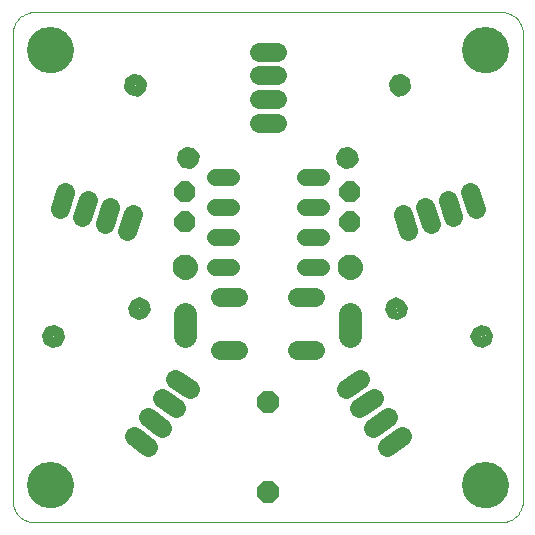
<source format=gts>
G75*
G70*
%OFA0B0*%
%FSLAX24Y24*%
%IPPOS*%
%LPD*%
%AMOC8*
5,1,8,0,0,1.08239X$1,22.5*
%
%ADD10C,0.0000*%
%ADD11C,0.0827*%
%ADD12C,0.1535*%
%ADD13C,0.0634*%
%ADD14C,0.0148*%
%ADD15OC8,0.0740*%
%ADD16C,0.0640*%
%ADD17C,0.0560*%
%ADD18C,0.0780*%
%ADD19OC8,0.0700*%
D10*
X000150Y000857D02*
X000150Y016443D01*
X000152Y016493D01*
X000157Y016544D01*
X000166Y016593D01*
X000179Y016642D01*
X000195Y016690D01*
X000214Y016737D01*
X000236Y016782D01*
X000262Y016825D01*
X000291Y016867D01*
X000323Y016906D01*
X000357Y016943D01*
X000394Y016977D01*
X000433Y017009D01*
X000475Y017038D01*
X000518Y017064D01*
X000563Y017086D01*
X000610Y017105D01*
X000658Y017121D01*
X000707Y017134D01*
X000756Y017143D01*
X000807Y017148D01*
X000857Y017150D01*
X016443Y017150D01*
X016493Y017148D01*
X016544Y017143D01*
X016593Y017134D01*
X016642Y017121D01*
X016690Y017105D01*
X016737Y017086D01*
X016782Y017064D01*
X016825Y017038D01*
X016867Y017009D01*
X016906Y016977D01*
X016943Y016943D01*
X016977Y016906D01*
X017009Y016867D01*
X017038Y016825D01*
X017064Y016782D01*
X017086Y016737D01*
X017105Y016690D01*
X017121Y016642D01*
X017134Y016593D01*
X017143Y016544D01*
X017148Y016493D01*
X017150Y016443D01*
X017150Y000857D01*
X017148Y000807D01*
X017143Y000756D01*
X017134Y000707D01*
X017121Y000658D01*
X017105Y000610D01*
X017086Y000563D01*
X017064Y000518D01*
X017038Y000475D01*
X017009Y000433D01*
X016977Y000394D01*
X016943Y000357D01*
X016906Y000323D01*
X016867Y000291D01*
X016825Y000262D01*
X016782Y000236D01*
X016737Y000214D01*
X016690Y000195D01*
X016642Y000179D01*
X016593Y000166D01*
X016544Y000157D01*
X016493Y000152D01*
X016443Y000150D01*
X000857Y000150D01*
X000807Y000152D01*
X000756Y000157D01*
X000707Y000166D01*
X000658Y000179D01*
X000610Y000195D01*
X000563Y000214D01*
X000518Y000236D01*
X000475Y000262D01*
X000433Y000291D01*
X000394Y000323D01*
X000357Y000357D01*
X000323Y000394D01*
X000291Y000433D01*
X000262Y000475D01*
X000236Y000518D01*
X000214Y000563D01*
X000195Y000610D01*
X000179Y000658D01*
X000166Y000707D01*
X000157Y000756D01*
X000152Y000807D01*
X000150Y000857D01*
X000652Y001400D02*
X000654Y001455D01*
X000660Y001509D01*
X000670Y001563D01*
X000684Y001615D01*
X000701Y001667D01*
X000723Y001717D01*
X000748Y001766D01*
X000776Y001813D01*
X000808Y001857D01*
X000843Y001899D01*
X000881Y001938D01*
X000922Y001975D01*
X000965Y002008D01*
X001010Y002038D01*
X001058Y002065D01*
X001107Y002088D01*
X001158Y002108D01*
X001211Y002124D01*
X001264Y002136D01*
X001318Y002144D01*
X001373Y002148D01*
X001427Y002148D01*
X001482Y002144D01*
X001536Y002136D01*
X001589Y002124D01*
X001642Y002108D01*
X001693Y002088D01*
X001742Y002065D01*
X001790Y002038D01*
X001835Y002008D01*
X001878Y001975D01*
X001919Y001938D01*
X001957Y001899D01*
X001992Y001857D01*
X002024Y001813D01*
X002052Y001766D01*
X002077Y001717D01*
X002099Y001667D01*
X002116Y001615D01*
X002130Y001563D01*
X002140Y001509D01*
X002146Y001455D01*
X002148Y001400D01*
X002146Y001345D01*
X002140Y001291D01*
X002130Y001237D01*
X002116Y001185D01*
X002099Y001133D01*
X002077Y001083D01*
X002052Y001034D01*
X002024Y000987D01*
X001992Y000943D01*
X001957Y000901D01*
X001919Y000862D01*
X001878Y000825D01*
X001835Y000792D01*
X001790Y000762D01*
X001742Y000735D01*
X001693Y000712D01*
X001642Y000692D01*
X001589Y000676D01*
X001536Y000664D01*
X001482Y000656D01*
X001427Y000652D01*
X001373Y000652D01*
X001318Y000656D01*
X001264Y000664D01*
X001211Y000676D01*
X001158Y000692D01*
X001107Y000712D01*
X001058Y000735D01*
X001010Y000762D01*
X000965Y000792D01*
X000922Y000825D01*
X000881Y000862D01*
X000843Y000901D01*
X000808Y000943D01*
X000776Y000987D01*
X000748Y001034D01*
X000723Y001083D01*
X000701Y001133D01*
X000684Y001185D01*
X000670Y001237D01*
X000660Y001291D01*
X000654Y001345D01*
X000652Y001400D01*
X005506Y008650D02*
X005508Y008689D01*
X005514Y008728D01*
X005524Y008766D01*
X005537Y008803D01*
X005554Y008838D01*
X005574Y008872D01*
X005598Y008903D01*
X005625Y008932D01*
X005654Y008958D01*
X005686Y008981D01*
X005720Y009001D01*
X005756Y009017D01*
X005793Y009029D01*
X005832Y009038D01*
X005871Y009043D01*
X005910Y009044D01*
X005949Y009041D01*
X005988Y009034D01*
X006025Y009023D01*
X006062Y009009D01*
X006097Y008991D01*
X006130Y008970D01*
X006161Y008945D01*
X006189Y008918D01*
X006214Y008888D01*
X006236Y008855D01*
X006255Y008821D01*
X006270Y008785D01*
X006282Y008747D01*
X006290Y008709D01*
X006294Y008670D01*
X006294Y008630D01*
X006290Y008591D01*
X006282Y008553D01*
X006270Y008515D01*
X006255Y008479D01*
X006236Y008445D01*
X006214Y008412D01*
X006189Y008382D01*
X006161Y008355D01*
X006130Y008330D01*
X006097Y008309D01*
X006062Y008291D01*
X006025Y008277D01*
X005988Y008266D01*
X005949Y008259D01*
X005910Y008256D01*
X005871Y008257D01*
X005832Y008262D01*
X005793Y008271D01*
X005756Y008283D01*
X005720Y008299D01*
X005686Y008319D01*
X005654Y008342D01*
X005625Y008368D01*
X005598Y008397D01*
X005574Y008428D01*
X005554Y008462D01*
X005537Y008497D01*
X005524Y008534D01*
X005514Y008572D01*
X005508Y008611D01*
X005506Y008650D01*
X011006Y008650D02*
X011008Y008689D01*
X011014Y008728D01*
X011024Y008766D01*
X011037Y008803D01*
X011054Y008838D01*
X011074Y008872D01*
X011098Y008903D01*
X011125Y008932D01*
X011154Y008958D01*
X011186Y008981D01*
X011220Y009001D01*
X011256Y009017D01*
X011293Y009029D01*
X011332Y009038D01*
X011371Y009043D01*
X011410Y009044D01*
X011449Y009041D01*
X011488Y009034D01*
X011525Y009023D01*
X011562Y009009D01*
X011597Y008991D01*
X011630Y008970D01*
X011661Y008945D01*
X011689Y008918D01*
X011714Y008888D01*
X011736Y008855D01*
X011755Y008821D01*
X011770Y008785D01*
X011782Y008747D01*
X011790Y008709D01*
X011794Y008670D01*
X011794Y008630D01*
X011790Y008591D01*
X011782Y008553D01*
X011770Y008515D01*
X011755Y008479D01*
X011736Y008445D01*
X011714Y008412D01*
X011689Y008382D01*
X011661Y008355D01*
X011630Y008330D01*
X011597Y008309D01*
X011562Y008291D01*
X011525Y008277D01*
X011488Y008266D01*
X011449Y008259D01*
X011410Y008256D01*
X011371Y008257D01*
X011332Y008262D01*
X011293Y008271D01*
X011256Y008283D01*
X011220Y008299D01*
X011186Y008319D01*
X011154Y008342D01*
X011125Y008368D01*
X011098Y008397D01*
X011074Y008428D01*
X011054Y008462D01*
X011037Y008497D01*
X011024Y008534D01*
X011014Y008572D01*
X011008Y008611D01*
X011006Y008650D01*
X015152Y015900D02*
X015154Y015955D01*
X015160Y016009D01*
X015170Y016063D01*
X015184Y016115D01*
X015201Y016167D01*
X015223Y016217D01*
X015248Y016266D01*
X015276Y016313D01*
X015308Y016357D01*
X015343Y016399D01*
X015381Y016438D01*
X015422Y016475D01*
X015465Y016508D01*
X015510Y016538D01*
X015558Y016565D01*
X015607Y016588D01*
X015658Y016608D01*
X015711Y016624D01*
X015764Y016636D01*
X015818Y016644D01*
X015873Y016648D01*
X015927Y016648D01*
X015982Y016644D01*
X016036Y016636D01*
X016089Y016624D01*
X016142Y016608D01*
X016193Y016588D01*
X016242Y016565D01*
X016290Y016538D01*
X016335Y016508D01*
X016378Y016475D01*
X016419Y016438D01*
X016457Y016399D01*
X016492Y016357D01*
X016524Y016313D01*
X016552Y016266D01*
X016577Y016217D01*
X016599Y016167D01*
X016616Y016115D01*
X016630Y016063D01*
X016640Y016009D01*
X016646Y015955D01*
X016648Y015900D01*
X016646Y015845D01*
X016640Y015791D01*
X016630Y015737D01*
X016616Y015685D01*
X016599Y015633D01*
X016577Y015583D01*
X016552Y015534D01*
X016524Y015487D01*
X016492Y015443D01*
X016457Y015401D01*
X016419Y015362D01*
X016378Y015325D01*
X016335Y015292D01*
X016290Y015262D01*
X016242Y015235D01*
X016193Y015212D01*
X016142Y015192D01*
X016089Y015176D01*
X016036Y015164D01*
X015982Y015156D01*
X015927Y015152D01*
X015873Y015152D01*
X015818Y015156D01*
X015764Y015164D01*
X015711Y015176D01*
X015658Y015192D01*
X015607Y015212D01*
X015558Y015235D01*
X015510Y015262D01*
X015465Y015292D01*
X015422Y015325D01*
X015381Y015362D01*
X015343Y015401D01*
X015308Y015443D01*
X015276Y015487D01*
X015248Y015534D01*
X015223Y015583D01*
X015201Y015633D01*
X015184Y015685D01*
X015170Y015737D01*
X015160Y015791D01*
X015154Y015845D01*
X015152Y015900D01*
X000652Y015900D02*
X000654Y015955D01*
X000660Y016009D01*
X000670Y016063D01*
X000684Y016115D01*
X000701Y016167D01*
X000723Y016217D01*
X000748Y016266D01*
X000776Y016313D01*
X000808Y016357D01*
X000843Y016399D01*
X000881Y016438D01*
X000922Y016475D01*
X000965Y016508D01*
X001010Y016538D01*
X001058Y016565D01*
X001107Y016588D01*
X001158Y016608D01*
X001211Y016624D01*
X001264Y016636D01*
X001318Y016644D01*
X001373Y016648D01*
X001427Y016648D01*
X001482Y016644D01*
X001536Y016636D01*
X001589Y016624D01*
X001642Y016608D01*
X001693Y016588D01*
X001742Y016565D01*
X001790Y016538D01*
X001835Y016508D01*
X001878Y016475D01*
X001919Y016438D01*
X001957Y016399D01*
X001992Y016357D01*
X002024Y016313D01*
X002052Y016266D01*
X002077Y016217D01*
X002099Y016167D01*
X002116Y016115D01*
X002130Y016063D01*
X002140Y016009D01*
X002146Y015955D01*
X002148Y015900D01*
X002146Y015845D01*
X002140Y015791D01*
X002130Y015737D01*
X002116Y015685D01*
X002099Y015633D01*
X002077Y015583D01*
X002052Y015534D01*
X002024Y015487D01*
X001992Y015443D01*
X001957Y015401D01*
X001919Y015362D01*
X001878Y015325D01*
X001835Y015292D01*
X001790Y015262D01*
X001742Y015235D01*
X001693Y015212D01*
X001642Y015192D01*
X001589Y015176D01*
X001536Y015164D01*
X001482Y015156D01*
X001427Y015152D01*
X001373Y015152D01*
X001318Y015156D01*
X001264Y015164D01*
X001211Y015176D01*
X001158Y015192D01*
X001107Y015212D01*
X001058Y015235D01*
X001010Y015262D01*
X000965Y015292D01*
X000922Y015325D01*
X000881Y015362D01*
X000843Y015401D01*
X000808Y015443D01*
X000776Y015487D01*
X000748Y015534D01*
X000723Y015583D01*
X000701Y015633D01*
X000684Y015685D01*
X000670Y015737D01*
X000660Y015791D01*
X000654Y015845D01*
X000652Y015900D01*
X015152Y001400D02*
X015154Y001455D01*
X015160Y001509D01*
X015170Y001563D01*
X015184Y001615D01*
X015201Y001667D01*
X015223Y001717D01*
X015248Y001766D01*
X015276Y001813D01*
X015308Y001857D01*
X015343Y001899D01*
X015381Y001938D01*
X015422Y001975D01*
X015465Y002008D01*
X015510Y002038D01*
X015558Y002065D01*
X015607Y002088D01*
X015658Y002108D01*
X015711Y002124D01*
X015764Y002136D01*
X015818Y002144D01*
X015873Y002148D01*
X015927Y002148D01*
X015982Y002144D01*
X016036Y002136D01*
X016089Y002124D01*
X016142Y002108D01*
X016193Y002088D01*
X016242Y002065D01*
X016290Y002038D01*
X016335Y002008D01*
X016378Y001975D01*
X016419Y001938D01*
X016457Y001899D01*
X016492Y001857D01*
X016524Y001813D01*
X016552Y001766D01*
X016577Y001717D01*
X016599Y001667D01*
X016616Y001615D01*
X016630Y001563D01*
X016640Y001509D01*
X016646Y001455D01*
X016648Y001400D01*
X016646Y001345D01*
X016640Y001291D01*
X016630Y001237D01*
X016616Y001185D01*
X016599Y001133D01*
X016577Y001083D01*
X016552Y001034D01*
X016524Y000987D01*
X016492Y000943D01*
X016457Y000901D01*
X016419Y000862D01*
X016378Y000825D01*
X016335Y000792D01*
X016290Y000762D01*
X016242Y000735D01*
X016193Y000712D01*
X016142Y000692D01*
X016089Y000676D01*
X016036Y000664D01*
X015982Y000656D01*
X015927Y000652D01*
X015873Y000652D01*
X015818Y000656D01*
X015764Y000664D01*
X015711Y000676D01*
X015658Y000692D01*
X015607Y000712D01*
X015558Y000735D01*
X015510Y000762D01*
X015465Y000792D01*
X015422Y000825D01*
X015381Y000862D01*
X015343Y000901D01*
X015308Y000943D01*
X015276Y000987D01*
X015248Y001034D01*
X015223Y001083D01*
X015201Y001133D01*
X015184Y001185D01*
X015170Y001237D01*
X015160Y001291D01*
X015154Y001345D01*
X015152Y001400D01*
D11*
X011400Y008650D03*
X005900Y008650D03*
D12*
X001400Y015900D03*
X001400Y001400D03*
X015900Y001400D03*
X015900Y015900D03*
D13*
X015392Y011147D02*
X015575Y010583D01*
X014826Y010339D02*
X014643Y010904D01*
X013894Y010661D02*
X014077Y010096D01*
X013328Y009853D02*
X013145Y010417D01*
X008947Y013469D02*
X008353Y013469D01*
X008353Y014256D02*
X008947Y014256D01*
X008947Y015044D02*
X008353Y015044D01*
X008353Y015831D02*
X008947Y015831D01*
X004155Y010417D02*
X003972Y009853D01*
X003223Y010096D02*
X003406Y010661D01*
X002657Y010904D02*
X002474Y010339D01*
X001725Y010583D02*
X001908Y011147D01*
X005574Y004930D02*
X006054Y004581D01*
X005592Y003944D02*
X005111Y004293D01*
X004648Y003656D02*
X005129Y003307D01*
X004666Y002670D02*
X004186Y003019D01*
X011246Y004581D02*
X011726Y004930D01*
X012189Y004293D02*
X011708Y003944D01*
X012171Y003307D02*
X012652Y003656D01*
X013114Y003019D02*
X012634Y002670D01*
D14*
X015618Y006469D02*
X015544Y006543D01*
X015763Y006655D01*
X015994Y006579D01*
X016106Y006360D01*
X016030Y006129D01*
X015811Y006017D01*
X015580Y006093D01*
X015468Y006312D01*
X015544Y006543D01*
X015635Y006465D01*
X015772Y006535D01*
X015916Y006488D01*
X015986Y006351D01*
X015939Y006207D01*
X015802Y006137D01*
X015658Y006184D01*
X015588Y006321D01*
X015635Y006465D01*
X015726Y006387D01*
X015782Y006415D01*
X015838Y006397D01*
X015866Y006341D01*
X015848Y006285D01*
X015792Y006257D01*
X015736Y006275D01*
X015708Y006331D01*
X015726Y006387D01*
X012764Y007397D02*
X012690Y007471D01*
X012909Y007583D01*
X013140Y007507D01*
X013252Y007288D01*
X013176Y007057D01*
X012957Y006945D01*
X012726Y007021D01*
X012614Y007240D01*
X012690Y007471D01*
X012781Y007393D01*
X012918Y007463D01*
X013062Y007416D01*
X013132Y007279D01*
X013085Y007135D01*
X012948Y007065D01*
X012804Y007112D01*
X012734Y007249D01*
X012781Y007393D01*
X012872Y007315D01*
X012928Y007343D01*
X012984Y007325D01*
X013012Y007269D01*
X012994Y007213D01*
X012938Y007185D01*
X012882Y007203D01*
X012854Y007259D01*
X012872Y007315D01*
X011496Y012379D02*
X011570Y012453D01*
X011609Y012211D01*
X011465Y012014D01*
X011223Y011975D01*
X011026Y012119D01*
X010987Y012361D01*
X011131Y012558D01*
X011373Y012597D01*
X011570Y012453D01*
X011468Y012390D01*
X011492Y012239D01*
X011402Y012116D01*
X011251Y012092D01*
X011128Y012182D01*
X011104Y012333D01*
X011194Y012456D01*
X011345Y012480D01*
X011468Y012390D01*
X011365Y012328D01*
X011375Y012267D01*
X011340Y012219D01*
X011279Y012209D01*
X011231Y012244D01*
X011221Y012305D01*
X011256Y012353D01*
X011317Y012363D01*
X011365Y012328D01*
X013260Y014807D02*
X013334Y014881D01*
X013373Y014639D01*
X013229Y014442D01*
X012987Y014403D01*
X012790Y014547D01*
X012751Y014789D01*
X012895Y014986D01*
X013137Y015025D01*
X013334Y014881D01*
X013232Y014818D01*
X013256Y014667D01*
X013166Y014544D01*
X013015Y014520D01*
X012892Y014610D01*
X012868Y014761D01*
X012958Y014884D01*
X013109Y014908D01*
X013232Y014818D01*
X013129Y014756D01*
X013139Y014695D01*
X013104Y014647D01*
X013043Y014637D01*
X012995Y014672D01*
X012985Y014733D01*
X013020Y014781D01*
X013081Y014791D01*
X013129Y014756D01*
X006001Y012523D02*
X005927Y012597D01*
X006169Y012558D01*
X006313Y012361D01*
X006274Y012119D01*
X006077Y011975D01*
X005835Y012014D01*
X005691Y012211D01*
X005730Y012453D01*
X005927Y012597D01*
X005955Y012480D01*
X006106Y012456D01*
X006196Y012333D01*
X006172Y012182D01*
X006049Y012092D01*
X005898Y012116D01*
X005808Y012239D01*
X005832Y012390D01*
X005955Y012480D01*
X005983Y012363D01*
X006044Y012353D01*
X006079Y012305D01*
X006069Y012244D01*
X006021Y012209D01*
X005960Y012219D01*
X005925Y012267D01*
X005935Y012328D01*
X005983Y012363D01*
X004237Y014951D02*
X004163Y015025D01*
X004405Y014986D01*
X004549Y014789D01*
X004510Y014547D01*
X004313Y014403D01*
X004071Y014442D01*
X003927Y014639D01*
X003966Y014881D01*
X004163Y015025D01*
X004191Y014908D01*
X004342Y014884D01*
X004432Y014761D01*
X004408Y014610D01*
X004285Y014520D01*
X004134Y014544D01*
X004044Y014667D01*
X004068Y014818D01*
X004191Y014908D01*
X004219Y014791D01*
X004280Y014781D01*
X004315Y014733D01*
X004305Y014672D01*
X004257Y014637D01*
X004196Y014647D01*
X004161Y014695D01*
X004171Y014756D01*
X004219Y014791D01*
X004122Y007214D02*
X004048Y007288D01*
X004160Y007507D01*
X004391Y007583D01*
X004610Y007471D01*
X004686Y007240D01*
X004574Y007021D01*
X004343Y006945D01*
X004124Y007057D01*
X004048Y007288D01*
X004168Y007279D01*
X004238Y007416D01*
X004382Y007463D01*
X004519Y007393D01*
X004566Y007249D01*
X004496Y007112D01*
X004352Y007065D01*
X004215Y007135D01*
X004168Y007279D01*
X004288Y007269D01*
X004316Y007325D01*
X004372Y007343D01*
X004428Y007315D01*
X004446Y007259D01*
X004418Y007203D01*
X004362Y007185D01*
X004306Y007213D01*
X004288Y007269D01*
X001268Y006286D02*
X001194Y006360D01*
X001306Y006579D01*
X001537Y006655D01*
X001756Y006543D01*
X001832Y006312D01*
X001720Y006093D01*
X001489Y006017D01*
X001270Y006129D01*
X001194Y006360D01*
X001314Y006351D01*
X001384Y006488D01*
X001528Y006535D01*
X001665Y006465D01*
X001712Y006321D01*
X001642Y006184D01*
X001498Y006137D01*
X001361Y006207D01*
X001314Y006351D01*
X001434Y006341D01*
X001462Y006397D01*
X001518Y006415D01*
X001574Y006387D01*
X001592Y006331D01*
X001564Y006275D01*
X001508Y006257D01*
X001452Y006285D01*
X001434Y006341D01*
D15*
X008650Y004150D03*
X008650Y001150D03*
D16*
X007670Y005885D02*
X007070Y005885D01*
X007070Y007665D02*
X007670Y007665D01*
X009630Y007665D02*
X010230Y007665D01*
X010230Y005885D02*
X009630Y005885D01*
D17*
X009890Y008650D02*
X010410Y008650D01*
X010410Y009650D02*
X009890Y009650D01*
X009890Y010650D02*
X010410Y010650D01*
X010410Y011650D02*
X009890Y011650D01*
X007410Y011650D02*
X006890Y011650D01*
X006890Y010650D02*
X007410Y010650D01*
X007410Y009650D02*
X006890Y009650D01*
X006890Y008650D02*
X007410Y008650D01*
D18*
X005900Y007088D02*
X005900Y006348D01*
X011400Y006348D02*
X011400Y007088D01*
D19*
X011400Y010150D03*
X011400Y011150D03*
X005900Y011150D03*
X005900Y010150D03*
M02*

</source>
